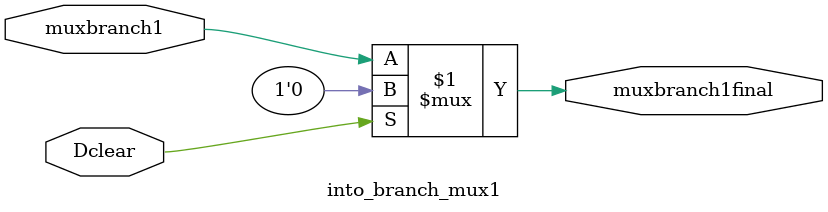
<source format=sv>
module into_branch_mux1(
	input logic muxbranch1,
	input logic Dclear,
	output logic muxbranch1final
	);
	
	assign muxbranch1final = Dclear ? 1'b0 : muxbranch1;



endmodule

</source>
